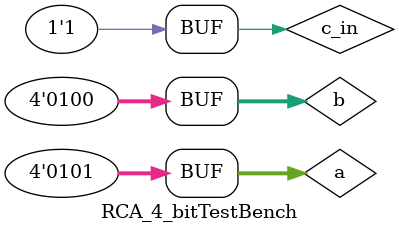
<source format=v>
`timescale 1ns / 1ps


module RCA_4_bitTestBench;

	// Inputs
	reg [3:0] a;
	reg [3:0] b;
	reg c_in;

	// Outputs
	wire [3:0] s;
	wire c_out;

	// Instantiate the Unit Under Test (UUT)
	RCA_4_bit uut (
		.a(a), 
		.b(b), 
		.c_in(c_in), 
		.s(s), 
		.c_out(c_out)
	);

	initial begin
		 $monitor ("a = %d, b = %d, c_in = %d, s = %d, c_out = %d", a, b, c_in, s, c_out);
        // Initialize Inputs
		 a = 4'b0100; b = 4'b0100; c_in = 1;
		 #100;
		 a = 4'b0100; b = 4'b1100; c_in = 1;
		 #100;
		 a = 4'b1011; b = 4'b0110; c_in = 0;
		 #100;
		 a = 4'b0101; b = 4'b0100; c_in = 1;
	end
      
endmodule


</source>
